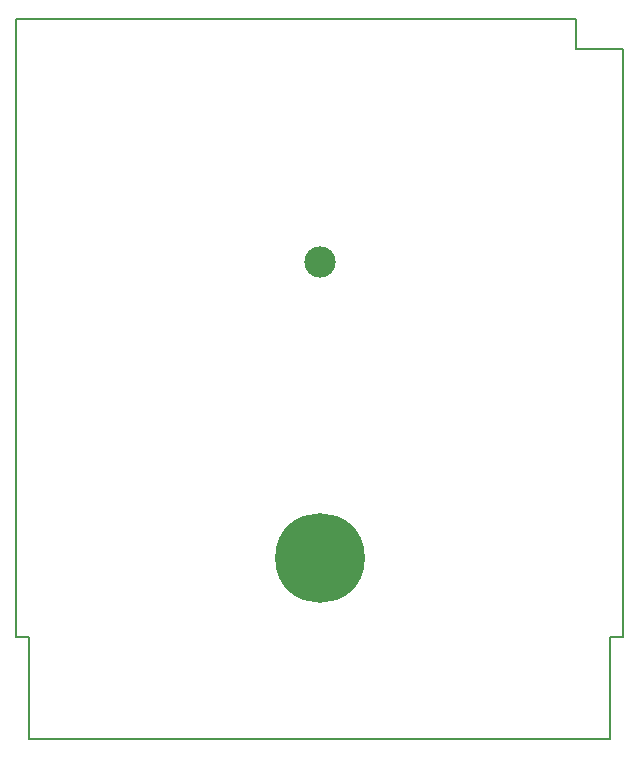
<source format=gbr>
G04 #@! TF.FileFunction,Soldermask,Bot*
%FSLAX46Y46*%
G04 Gerber Fmt 4.6, Leading zero omitted, Abs format (unit mm)*
G04 Created by KiCad (PCBNEW 4.0.7-e1-6374~58~ubuntu17.04.1) date Tue Aug  1 22:32:49 2017*
%MOMM*%
%LPD*%
G01*
G04 APERTURE LIST*
%ADD10C,0.100000*%
%ADD11C,0.150000*%
%ADD12C,2.650000*%
%ADD13C,7.600000*%
G04 APERTURE END LIST*
D10*
D11*
X121700000Y-39000000D02*
X121700000Y-41600000D01*
X74300000Y-39000000D02*
X121700000Y-39000000D01*
X125700000Y-41600000D02*
X121700000Y-41600000D01*
X74300000Y-91400000D02*
X74300000Y-39000000D01*
X75400000Y-91400000D02*
X74300000Y-91400000D01*
X75400000Y-100000000D02*
X75400000Y-91400000D01*
X125700000Y-91400000D02*
X125700000Y-41600000D01*
X124600000Y-91400000D02*
X125700000Y-91400000D01*
X124600000Y-100000000D02*
X124600000Y-91400000D01*
X75400000Y-100000000D02*
X124600000Y-100000000D01*
D12*
X100000000Y-59650000D03*
D13*
X100000000Y-84650000D03*
M02*

</source>
